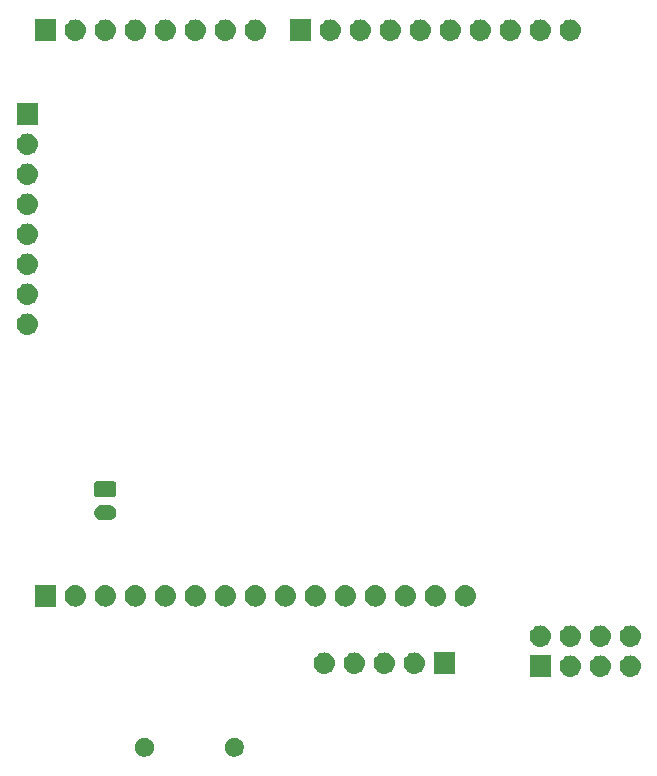
<source format=gbr>
G04 #@! TF.GenerationSoftware,KiCad,Pcbnew,(5.1.2-1)-1*
G04 #@! TF.CreationDate,2019-10-09T15:23:33+01:00*
G04 #@! TF.ProjectId,PixlVBoard,5069786c-5642-46f6-9172-642e6b696361,rev?*
G04 #@! TF.SameCoordinates,Original*
G04 #@! TF.FileFunction,Soldermask,Bot*
G04 #@! TF.FilePolarity,Negative*
%FSLAX46Y46*%
G04 Gerber Fmt 4.6, Leading zero omitted, Abs format (unit mm)*
G04 Created by KiCad (PCBNEW (5.1.2-1)-1) date 2019-10-09 15:23:33*
%MOMM*%
%LPD*%
G04 APERTURE LIST*
%ADD10C,0.150000*%
G04 APERTURE END LIST*
D10*
G36*
X183358810Y-126835535D02*
G01*
X183505309Y-126896217D01*
X183505310Y-126896218D01*
X183637158Y-126984316D01*
X183749284Y-127096442D01*
X183749285Y-127096444D01*
X183837383Y-127228291D01*
X183898065Y-127374790D01*
X183929000Y-127530313D01*
X183929000Y-127688887D01*
X183898065Y-127844410D01*
X183837383Y-127990909D01*
X183837382Y-127990910D01*
X183749284Y-128122758D01*
X183637158Y-128234884D01*
X183570785Y-128279233D01*
X183505309Y-128322983D01*
X183358810Y-128383665D01*
X183203287Y-128414600D01*
X183044713Y-128414600D01*
X182889190Y-128383665D01*
X182742691Y-128322983D01*
X182677215Y-128279233D01*
X182610842Y-128234884D01*
X182498716Y-128122758D01*
X182410618Y-127990910D01*
X182410617Y-127990909D01*
X182349935Y-127844410D01*
X182319000Y-127688887D01*
X182319000Y-127530313D01*
X182349935Y-127374790D01*
X182410617Y-127228291D01*
X182498715Y-127096444D01*
X182498716Y-127096442D01*
X182610842Y-126984316D01*
X182742690Y-126896218D01*
X182742691Y-126896217D01*
X182889190Y-126835535D01*
X183044713Y-126804600D01*
X183203287Y-126804600D01*
X183358810Y-126835535D01*
X183358810Y-126835535D01*
G37*
G36*
X175758810Y-126835535D02*
G01*
X175905309Y-126896217D01*
X175905310Y-126896218D01*
X176037158Y-126984316D01*
X176149284Y-127096442D01*
X176149285Y-127096444D01*
X176237383Y-127228291D01*
X176298065Y-127374790D01*
X176329000Y-127530313D01*
X176329000Y-127688887D01*
X176298065Y-127844410D01*
X176237383Y-127990909D01*
X176237382Y-127990910D01*
X176149284Y-128122758D01*
X176037158Y-128234884D01*
X175970785Y-128279233D01*
X175905309Y-128322983D01*
X175758810Y-128383665D01*
X175603287Y-128414600D01*
X175444713Y-128414600D01*
X175289190Y-128383665D01*
X175142691Y-128322983D01*
X175077215Y-128279233D01*
X175010842Y-128234884D01*
X174898716Y-128122758D01*
X174810618Y-127990910D01*
X174810617Y-127990909D01*
X174749935Y-127844410D01*
X174719000Y-127688887D01*
X174719000Y-127530313D01*
X174749935Y-127374790D01*
X174810617Y-127228291D01*
X174898715Y-127096444D01*
X174898716Y-127096442D01*
X175010842Y-126984316D01*
X175142690Y-126896218D01*
X175142691Y-126896217D01*
X175289190Y-126835535D01*
X175444713Y-126804600D01*
X175603287Y-126804600D01*
X175758810Y-126835535D01*
X175758810Y-126835535D01*
G37*
G36*
X211692442Y-119857118D02*
G01*
X211758627Y-119863637D01*
X211928466Y-119915157D01*
X212084991Y-119998822D01*
X212120729Y-120028152D01*
X212222186Y-120111414D01*
X212305448Y-120212871D01*
X212334778Y-120248609D01*
X212418443Y-120405134D01*
X212469963Y-120574973D01*
X212487359Y-120751600D01*
X212469963Y-120928227D01*
X212418443Y-121098066D01*
X212334778Y-121254591D01*
X212305448Y-121290329D01*
X212222186Y-121391786D01*
X212120729Y-121475048D01*
X212084991Y-121504378D01*
X211928466Y-121588043D01*
X211758627Y-121639563D01*
X211692442Y-121646082D01*
X211626260Y-121652600D01*
X211537740Y-121652600D01*
X211471558Y-121646082D01*
X211405373Y-121639563D01*
X211235534Y-121588043D01*
X211079009Y-121504378D01*
X211043271Y-121475048D01*
X210941814Y-121391786D01*
X210858552Y-121290329D01*
X210829222Y-121254591D01*
X210745557Y-121098066D01*
X210694037Y-120928227D01*
X210676641Y-120751600D01*
X210694037Y-120574973D01*
X210745557Y-120405134D01*
X210829222Y-120248609D01*
X210858552Y-120212871D01*
X210941814Y-120111414D01*
X211043271Y-120028152D01*
X211079009Y-119998822D01*
X211235534Y-119915157D01*
X211405373Y-119863637D01*
X211471558Y-119857118D01*
X211537740Y-119850600D01*
X211626260Y-119850600D01*
X211692442Y-119857118D01*
X211692442Y-119857118D01*
G37*
G36*
X209943000Y-121652600D02*
G01*
X208141000Y-121652600D01*
X208141000Y-119850600D01*
X209943000Y-119850600D01*
X209943000Y-121652600D01*
X209943000Y-121652600D01*
G37*
G36*
X216772442Y-119857118D02*
G01*
X216838627Y-119863637D01*
X217008466Y-119915157D01*
X217164991Y-119998822D01*
X217200729Y-120028152D01*
X217302186Y-120111414D01*
X217385448Y-120212871D01*
X217414778Y-120248609D01*
X217498443Y-120405134D01*
X217549963Y-120574973D01*
X217567359Y-120751600D01*
X217549963Y-120928227D01*
X217498443Y-121098066D01*
X217414778Y-121254591D01*
X217385448Y-121290329D01*
X217302186Y-121391786D01*
X217200729Y-121475048D01*
X217164991Y-121504378D01*
X217008466Y-121588043D01*
X216838627Y-121639563D01*
X216772442Y-121646082D01*
X216706260Y-121652600D01*
X216617740Y-121652600D01*
X216551558Y-121646082D01*
X216485373Y-121639563D01*
X216315534Y-121588043D01*
X216159009Y-121504378D01*
X216123271Y-121475048D01*
X216021814Y-121391786D01*
X215938552Y-121290329D01*
X215909222Y-121254591D01*
X215825557Y-121098066D01*
X215774037Y-120928227D01*
X215756641Y-120751600D01*
X215774037Y-120574973D01*
X215825557Y-120405134D01*
X215909222Y-120248609D01*
X215938552Y-120212871D01*
X216021814Y-120111414D01*
X216123271Y-120028152D01*
X216159009Y-119998822D01*
X216315534Y-119915157D01*
X216485373Y-119863637D01*
X216551558Y-119857118D01*
X216617740Y-119850600D01*
X216706260Y-119850600D01*
X216772442Y-119857118D01*
X216772442Y-119857118D01*
G37*
G36*
X214232442Y-119857118D02*
G01*
X214298627Y-119863637D01*
X214468466Y-119915157D01*
X214624991Y-119998822D01*
X214660729Y-120028152D01*
X214762186Y-120111414D01*
X214845448Y-120212871D01*
X214874778Y-120248609D01*
X214958443Y-120405134D01*
X215009963Y-120574973D01*
X215027359Y-120751600D01*
X215009963Y-120928227D01*
X214958443Y-121098066D01*
X214874778Y-121254591D01*
X214845448Y-121290329D01*
X214762186Y-121391786D01*
X214660729Y-121475048D01*
X214624991Y-121504378D01*
X214468466Y-121588043D01*
X214298627Y-121639563D01*
X214232442Y-121646082D01*
X214166260Y-121652600D01*
X214077740Y-121652600D01*
X214011558Y-121646082D01*
X213945373Y-121639563D01*
X213775534Y-121588043D01*
X213619009Y-121504378D01*
X213583271Y-121475048D01*
X213481814Y-121391786D01*
X213398552Y-121290329D01*
X213369222Y-121254591D01*
X213285557Y-121098066D01*
X213234037Y-120928227D01*
X213216641Y-120751600D01*
X213234037Y-120574973D01*
X213285557Y-120405134D01*
X213369222Y-120248609D01*
X213398552Y-120212871D01*
X213481814Y-120111414D01*
X213583271Y-120028152D01*
X213619009Y-119998822D01*
X213775534Y-119915157D01*
X213945373Y-119863637D01*
X214011558Y-119857118D01*
X214077740Y-119850600D01*
X214166260Y-119850600D01*
X214232442Y-119857118D01*
X214232442Y-119857118D01*
G37*
G36*
X190864443Y-119603119D02*
G01*
X190930627Y-119609637D01*
X191100466Y-119661157D01*
X191256991Y-119744822D01*
X191292729Y-119774152D01*
X191394186Y-119857414D01*
X191477448Y-119958871D01*
X191506778Y-119994609D01*
X191590443Y-120151134D01*
X191641963Y-120320973D01*
X191659359Y-120497600D01*
X191641963Y-120674227D01*
X191590443Y-120844066D01*
X191506778Y-121000591D01*
X191477448Y-121036329D01*
X191394186Y-121137786D01*
X191292729Y-121221048D01*
X191256991Y-121250378D01*
X191100466Y-121334043D01*
X190930627Y-121385563D01*
X190867453Y-121391785D01*
X190798260Y-121398600D01*
X190709740Y-121398600D01*
X190640547Y-121391785D01*
X190577373Y-121385563D01*
X190407534Y-121334043D01*
X190251009Y-121250378D01*
X190215271Y-121221048D01*
X190113814Y-121137786D01*
X190030552Y-121036329D01*
X190001222Y-121000591D01*
X189917557Y-120844066D01*
X189866037Y-120674227D01*
X189848641Y-120497600D01*
X189866037Y-120320973D01*
X189917557Y-120151134D01*
X190001222Y-119994609D01*
X190030552Y-119958871D01*
X190113814Y-119857414D01*
X190215271Y-119774152D01*
X190251009Y-119744822D01*
X190407534Y-119661157D01*
X190577373Y-119609637D01*
X190643557Y-119603119D01*
X190709740Y-119596600D01*
X190798260Y-119596600D01*
X190864443Y-119603119D01*
X190864443Y-119603119D01*
G37*
G36*
X193404443Y-119603119D02*
G01*
X193470627Y-119609637D01*
X193640466Y-119661157D01*
X193796991Y-119744822D01*
X193832729Y-119774152D01*
X193934186Y-119857414D01*
X194017448Y-119958871D01*
X194046778Y-119994609D01*
X194130443Y-120151134D01*
X194181963Y-120320973D01*
X194199359Y-120497600D01*
X194181963Y-120674227D01*
X194130443Y-120844066D01*
X194046778Y-121000591D01*
X194017448Y-121036329D01*
X193934186Y-121137786D01*
X193832729Y-121221048D01*
X193796991Y-121250378D01*
X193640466Y-121334043D01*
X193470627Y-121385563D01*
X193407453Y-121391785D01*
X193338260Y-121398600D01*
X193249740Y-121398600D01*
X193180547Y-121391785D01*
X193117373Y-121385563D01*
X192947534Y-121334043D01*
X192791009Y-121250378D01*
X192755271Y-121221048D01*
X192653814Y-121137786D01*
X192570552Y-121036329D01*
X192541222Y-121000591D01*
X192457557Y-120844066D01*
X192406037Y-120674227D01*
X192388641Y-120497600D01*
X192406037Y-120320973D01*
X192457557Y-120151134D01*
X192541222Y-119994609D01*
X192570552Y-119958871D01*
X192653814Y-119857414D01*
X192755271Y-119774152D01*
X192791009Y-119744822D01*
X192947534Y-119661157D01*
X193117373Y-119609637D01*
X193183557Y-119603119D01*
X193249740Y-119596600D01*
X193338260Y-119596600D01*
X193404443Y-119603119D01*
X193404443Y-119603119D01*
G37*
G36*
X195944443Y-119603119D02*
G01*
X196010627Y-119609637D01*
X196180466Y-119661157D01*
X196336991Y-119744822D01*
X196372729Y-119774152D01*
X196474186Y-119857414D01*
X196557448Y-119958871D01*
X196586778Y-119994609D01*
X196670443Y-120151134D01*
X196721963Y-120320973D01*
X196739359Y-120497600D01*
X196721963Y-120674227D01*
X196670443Y-120844066D01*
X196586778Y-121000591D01*
X196557448Y-121036329D01*
X196474186Y-121137786D01*
X196372729Y-121221048D01*
X196336991Y-121250378D01*
X196180466Y-121334043D01*
X196010627Y-121385563D01*
X195947453Y-121391785D01*
X195878260Y-121398600D01*
X195789740Y-121398600D01*
X195720547Y-121391785D01*
X195657373Y-121385563D01*
X195487534Y-121334043D01*
X195331009Y-121250378D01*
X195295271Y-121221048D01*
X195193814Y-121137786D01*
X195110552Y-121036329D01*
X195081222Y-121000591D01*
X194997557Y-120844066D01*
X194946037Y-120674227D01*
X194928641Y-120497600D01*
X194946037Y-120320973D01*
X194997557Y-120151134D01*
X195081222Y-119994609D01*
X195110552Y-119958871D01*
X195193814Y-119857414D01*
X195295271Y-119774152D01*
X195331009Y-119744822D01*
X195487534Y-119661157D01*
X195657373Y-119609637D01*
X195723557Y-119603119D01*
X195789740Y-119596600D01*
X195878260Y-119596600D01*
X195944443Y-119603119D01*
X195944443Y-119603119D01*
G37*
G36*
X198484443Y-119603119D02*
G01*
X198550627Y-119609637D01*
X198720466Y-119661157D01*
X198876991Y-119744822D01*
X198912729Y-119774152D01*
X199014186Y-119857414D01*
X199097448Y-119958871D01*
X199126778Y-119994609D01*
X199210443Y-120151134D01*
X199261963Y-120320973D01*
X199279359Y-120497600D01*
X199261963Y-120674227D01*
X199210443Y-120844066D01*
X199126778Y-121000591D01*
X199097448Y-121036329D01*
X199014186Y-121137786D01*
X198912729Y-121221048D01*
X198876991Y-121250378D01*
X198720466Y-121334043D01*
X198550627Y-121385563D01*
X198487453Y-121391785D01*
X198418260Y-121398600D01*
X198329740Y-121398600D01*
X198260547Y-121391785D01*
X198197373Y-121385563D01*
X198027534Y-121334043D01*
X197871009Y-121250378D01*
X197835271Y-121221048D01*
X197733814Y-121137786D01*
X197650552Y-121036329D01*
X197621222Y-121000591D01*
X197537557Y-120844066D01*
X197486037Y-120674227D01*
X197468641Y-120497600D01*
X197486037Y-120320973D01*
X197537557Y-120151134D01*
X197621222Y-119994609D01*
X197650552Y-119958871D01*
X197733814Y-119857414D01*
X197835271Y-119774152D01*
X197871009Y-119744822D01*
X198027534Y-119661157D01*
X198197373Y-119609637D01*
X198263557Y-119603119D01*
X198329740Y-119596600D01*
X198418260Y-119596600D01*
X198484443Y-119603119D01*
X198484443Y-119603119D01*
G37*
G36*
X201815000Y-121398600D02*
G01*
X200013000Y-121398600D01*
X200013000Y-119596600D01*
X201815000Y-119596600D01*
X201815000Y-121398600D01*
X201815000Y-121398600D01*
G37*
G36*
X211692443Y-117317119D02*
G01*
X211758627Y-117323637D01*
X211928466Y-117375157D01*
X212084991Y-117458822D01*
X212120729Y-117488152D01*
X212222186Y-117571414D01*
X212305448Y-117672871D01*
X212334778Y-117708609D01*
X212418443Y-117865134D01*
X212469963Y-118034973D01*
X212487359Y-118211600D01*
X212469963Y-118388227D01*
X212418443Y-118558066D01*
X212334778Y-118714591D01*
X212305448Y-118750329D01*
X212222186Y-118851786D01*
X212120729Y-118935048D01*
X212084991Y-118964378D01*
X211928466Y-119048043D01*
X211758627Y-119099563D01*
X211692442Y-119106082D01*
X211626260Y-119112600D01*
X211537740Y-119112600D01*
X211471558Y-119106082D01*
X211405373Y-119099563D01*
X211235534Y-119048043D01*
X211079009Y-118964378D01*
X211043271Y-118935048D01*
X210941814Y-118851786D01*
X210858552Y-118750329D01*
X210829222Y-118714591D01*
X210745557Y-118558066D01*
X210694037Y-118388227D01*
X210676641Y-118211600D01*
X210694037Y-118034973D01*
X210745557Y-117865134D01*
X210829222Y-117708609D01*
X210858552Y-117672871D01*
X210941814Y-117571414D01*
X211043271Y-117488152D01*
X211079009Y-117458822D01*
X211235534Y-117375157D01*
X211405373Y-117323637D01*
X211471557Y-117317119D01*
X211537740Y-117310600D01*
X211626260Y-117310600D01*
X211692443Y-117317119D01*
X211692443Y-117317119D01*
G37*
G36*
X209152443Y-117317119D02*
G01*
X209218627Y-117323637D01*
X209388466Y-117375157D01*
X209544991Y-117458822D01*
X209580729Y-117488152D01*
X209682186Y-117571414D01*
X209765448Y-117672871D01*
X209794778Y-117708609D01*
X209878443Y-117865134D01*
X209929963Y-118034973D01*
X209947359Y-118211600D01*
X209929963Y-118388227D01*
X209878443Y-118558066D01*
X209794778Y-118714591D01*
X209765448Y-118750329D01*
X209682186Y-118851786D01*
X209580729Y-118935048D01*
X209544991Y-118964378D01*
X209388466Y-119048043D01*
X209218627Y-119099563D01*
X209152442Y-119106082D01*
X209086260Y-119112600D01*
X208997740Y-119112600D01*
X208931558Y-119106082D01*
X208865373Y-119099563D01*
X208695534Y-119048043D01*
X208539009Y-118964378D01*
X208503271Y-118935048D01*
X208401814Y-118851786D01*
X208318552Y-118750329D01*
X208289222Y-118714591D01*
X208205557Y-118558066D01*
X208154037Y-118388227D01*
X208136641Y-118211600D01*
X208154037Y-118034973D01*
X208205557Y-117865134D01*
X208289222Y-117708609D01*
X208318552Y-117672871D01*
X208401814Y-117571414D01*
X208503271Y-117488152D01*
X208539009Y-117458822D01*
X208695534Y-117375157D01*
X208865373Y-117323637D01*
X208931557Y-117317119D01*
X208997740Y-117310600D01*
X209086260Y-117310600D01*
X209152443Y-117317119D01*
X209152443Y-117317119D01*
G37*
G36*
X214232443Y-117317119D02*
G01*
X214298627Y-117323637D01*
X214468466Y-117375157D01*
X214624991Y-117458822D01*
X214660729Y-117488152D01*
X214762186Y-117571414D01*
X214845448Y-117672871D01*
X214874778Y-117708609D01*
X214958443Y-117865134D01*
X215009963Y-118034973D01*
X215027359Y-118211600D01*
X215009963Y-118388227D01*
X214958443Y-118558066D01*
X214874778Y-118714591D01*
X214845448Y-118750329D01*
X214762186Y-118851786D01*
X214660729Y-118935048D01*
X214624991Y-118964378D01*
X214468466Y-119048043D01*
X214298627Y-119099563D01*
X214232442Y-119106082D01*
X214166260Y-119112600D01*
X214077740Y-119112600D01*
X214011558Y-119106082D01*
X213945373Y-119099563D01*
X213775534Y-119048043D01*
X213619009Y-118964378D01*
X213583271Y-118935048D01*
X213481814Y-118851786D01*
X213398552Y-118750329D01*
X213369222Y-118714591D01*
X213285557Y-118558066D01*
X213234037Y-118388227D01*
X213216641Y-118211600D01*
X213234037Y-118034973D01*
X213285557Y-117865134D01*
X213369222Y-117708609D01*
X213398552Y-117672871D01*
X213481814Y-117571414D01*
X213583271Y-117488152D01*
X213619009Y-117458822D01*
X213775534Y-117375157D01*
X213945373Y-117323637D01*
X214011557Y-117317119D01*
X214077740Y-117310600D01*
X214166260Y-117310600D01*
X214232443Y-117317119D01*
X214232443Y-117317119D01*
G37*
G36*
X216772443Y-117317119D02*
G01*
X216838627Y-117323637D01*
X217008466Y-117375157D01*
X217164991Y-117458822D01*
X217200729Y-117488152D01*
X217302186Y-117571414D01*
X217385448Y-117672871D01*
X217414778Y-117708609D01*
X217498443Y-117865134D01*
X217549963Y-118034973D01*
X217567359Y-118211600D01*
X217549963Y-118388227D01*
X217498443Y-118558066D01*
X217414778Y-118714591D01*
X217385448Y-118750329D01*
X217302186Y-118851786D01*
X217200729Y-118935048D01*
X217164991Y-118964378D01*
X217008466Y-119048043D01*
X216838627Y-119099563D01*
X216772442Y-119106082D01*
X216706260Y-119112600D01*
X216617740Y-119112600D01*
X216551558Y-119106082D01*
X216485373Y-119099563D01*
X216315534Y-119048043D01*
X216159009Y-118964378D01*
X216123271Y-118935048D01*
X216021814Y-118851786D01*
X215938552Y-118750329D01*
X215909222Y-118714591D01*
X215825557Y-118558066D01*
X215774037Y-118388227D01*
X215756641Y-118211600D01*
X215774037Y-118034973D01*
X215825557Y-117865134D01*
X215909222Y-117708609D01*
X215938552Y-117672871D01*
X216021814Y-117571414D01*
X216123271Y-117488152D01*
X216159009Y-117458822D01*
X216315534Y-117375157D01*
X216485373Y-117323637D01*
X216551557Y-117317119D01*
X216617740Y-117310600D01*
X216706260Y-117310600D01*
X216772443Y-117317119D01*
X216772443Y-117317119D01*
G37*
G36*
X177402442Y-113913518D02*
G01*
X177468627Y-113920037D01*
X177638466Y-113971557D01*
X177794991Y-114055222D01*
X177830729Y-114084552D01*
X177932186Y-114167814D01*
X178015448Y-114269271D01*
X178044778Y-114305009D01*
X178128443Y-114461534D01*
X178179963Y-114631373D01*
X178197359Y-114808000D01*
X178179963Y-114984627D01*
X178128443Y-115154466D01*
X178044778Y-115310991D01*
X178015448Y-115346729D01*
X177932186Y-115448186D01*
X177830729Y-115531448D01*
X177794991Y-115560778D01*
X177638466Y-115644443D01*
X177468627Y-115695963D01*
X177402442Y-115702482D01*
X177336260Y-115709000D01*
X177247740Y-115709000D01*
X177181558Y-115702482D01*
X177115373Y-115695963D01*
X176945534Y-115644443D01*
X176789009Y-115560778D01*
X176753271Y-115531448D01*
X176651814Y-115448186D01*
X176568552Y-115346729D01*
X176539222Y-115310991D01*
X176455557Y-115154466D01*
X176404037Y-114984627D01*
X176386641Y-114808000D01*
X176404037Y-114631373D01*
X176455557Y-114461534D01*
X176539222Y-114305009D01*
X176568552Y-114269271D01*
X176651814Y-114167814D01*
X176753271Y-114084552D01*
X176789009Y-114055222D01*
X176945534Y-113971557D01*
X177115373Y-113920037D01*
X177181558Y-113913518D01*
X177247740Y-113907000D01*
X177336260Y-113907000D01*
X177402442Y-113913518D01*
X177402442Y-113913518D01*
G37*
G36*
X200262442Y-113913518D02*
G01*
X200328627Y-113920037D01*
X200498466Y-113971557D01*
X200654991Y-114055222D01*
X200690729Y-114084552D01*
X200792186Y-114167814D01*
X200875448Y-114269271D01*
X200904778Y-114305009D01*
X200988443Y-114461534D01*
X201039963Y-114631373D01*
X201057359Y-114808000D01*
X201039963Y-114984627D01*
X200988443Y-115154466D01*
X200904778Y-115310991D01*
X200875448Y-115346729D01*
X200792186Y-115448186D01*
X200690729Y-115531448D01*
X200654991Y-115560778D01*
X200498466Y-115644443D01*
X200328627Y-115695963D01*
X200262442Y-115702482D01*
X200196260Y-115709000D01*
X200107740Y-115709000D01*
X200041558Y-115702482D01*
X199975373Y-115695963D01*
X199805534Y-115644443D01*
X199649009Y-115560778D01*
X199613271Y-115531448D01*
X199511814Y-115448186D01*
X199428552Y-115346729D01*
X199399222Y-115310991D01*
X199315557Y-115154466D01*
X199264037Y-114984627D01*
X199246641Y-114808000D01*
X199264037Y-114631373D01*
X199315557Y-114461534D01*
X199399222Y-114305009D01*
X199428552Y-114269271D01*
X199511814Y-114167814D01*
X199613271Y-114084552D01*
X199649009Y-114055222D01*
X199805534Y-113971557D01*
X199975373Y-113920037D01*
X200041558Y-113913518D01*
X200107740Y-113907000D01*
X200196260Y-113907000D01*
X200262442Y-113913518D01*
X200262442Y-113913518D01*
G37*
G36*
X202802442Y-113913518D02*
G01*
X202868627Y-113920037D01*
X203038466Y-113971557D01*
X203194991Y-114055222D01*
X203230729Y-114084552D01*
X203332186Y-114167814D01*
X203415448Y-114269271D01*
X203444778Y-114305009D01*
X203528443Y-114461534D01*
X203579963Y-114631373D01*
X203597359Y-114808000D01*
X203579963Y-114984627D01*
X203528443Y-115154466D01*
X203444778Y-115310991D01*
X203415448Y-115346729D01*
X203332186Y-115448186D01*
X203230729Y-115531448D01*
X203194991Y-115560778D01*
X203038466Y-115644443D01*
X202868627Y-115695963D01*
X202802442Y-115702482D01*
X202736260Y-115709000D01*
X202647740Y-115709000D01*
X202581558Y-115702482D01*
X202515373Y-115695963D01*
X202345534Y-115644443D01*
X202189009Y-115560778D01*
X202153271Y-115531448D01*
X202051814Y-115448186D01*
X201968552Y-115346729D01*
X201939222Y-115310991D01*
X201855557Y-115154466D01*
X201804037Y-114984627D01*
X201786641Y-114808000D01*
X201804037Y-114631373D01*
X201855557Y-114461534D01*
X201939222Y-114305009D01*
X201968552Y-114269271D01*
X202051814Y-114167814D01*
X202153271Y-114084552D01*
X202189009Y-114055222D01*
X202345534Y-113971557D01*
X202515373Y-113920037D01*
X202581558Y-113913518D01*
X202647740Y-113907000D01*
X202736260Y-113907000D01*
X202802442Y-113913518D01*
X202802442Y-113913518D01*
G37*
G36*
X168033000Y-115709000D02*
G01*
X166231000Y-115709000D01*
X166231000Y-113907000D01*
X168033000Y-113907000D01*
X168033000Y-115709000D01*
X168033000Y-115709000D01*
G37*
G36*
X169782442Y-113913518D02*
G01*
X169848627Y-113920037D01*
X170018466Y-113971557D01*
X170174991Y-114055222D01*
X170210729Y-114084552D01*
X170312186Y-114167814D01*
X170395448Y-114269271D01*
X170424778Y-114305009D01*
X170508443Y-114461534D01*
X170559963Y-114631373D01*
X170577359Y-114808000D01*
X170559963Y-114984627D01*
X170508443Y-115154466D01*
X170424778Y-115310991D01*
X170395448Y-115346729D01*
X170312186Y-115448186D01*
X170210729Y-115531448D01*
X170174991Y-115560778D01*
X170018466Y-115644443D01*
X169848627Y-115695963D01*
X169782442Y-115702482D01*
X169716260Y-115709000D01*
X169627740Y-115709000D01*
X169561558Y-115702482D01*
X169495373Y-115695963D01*
X169325534Y-115644443D01*
X169169009Y-115560778D01*
X169133271Y-115531448D01*
X169031814Y-115448186D01*
X168948552Y-115346729D01*
X168919222Y-115310991D01*
X168835557Y-115154466D01*
X168784037Y-114984627D01*
X168766641Y-114808000D01*
X168784037Y-114631373D01*
X168835557Y-114461534D01*
X168919222Y-114305009D01*
X168948552Y-114269271D01*
X169031814Y-114167814D01*
X169133271Y-114084552D01*
X169169009Y-114055222D01*
X169325534Y-113971557D01*
X169495373Y-113920037D01*
X169561558Y-113913518D01*
X169627740Y-113907000D01*
X169716260Y-113907000D01*
X169782442Y-113913518D01*
X169782442Y-113913518D01*
G37*
G36*
X172322442Y-113913518D02*
G01*
X172388627Y-113920037D01*
X172558466Y-113971557D01*
X172714991Y-114055222D01*
X172750729Y-114084552D01*
X172852186Y-114167814D01*
X172935448Y-114269271D01*
X172964778Y-114305009D01*
X173048443Y-114461534D01*
X173099963Y-114631373D01*
X173117359Y-114808000D01*
X173099963Y-114984627D01*
X173048443Y-115154466D01*
X172964778Y-115310991D01*
X172935448Y-115346729D01*
X172852186Y-115448186D01*
X172750729Y-115531448D01*
X172714991Y-115560778D01*
X172558466Y-115644443D01*
X172388627Y-115695963D01*
X172322442Y-115702482D01*
X172256260Y-115709000D01*
X172167740Y-115709000D01*
X172101558Y-115702482D01*
X172035373Y-115695963D01*
X171865534Y-115644443D01*
X171709009Y-115560778D01*
X171673271Y-115531448D01*
X171571814Y-115448186D01*
X171488552Y-115346729D01*
X171459222Y-115310991D01*
X171375557Y-115154466D01*
X171324037Y-114984627D01*
X171306641Y-114808000D01*
X171324037Y-114631373D01*
X171375557Y-114461534D01*
X171459222Y-114305009D01*
X171488552Y-114269271D01*
X171571814Y-114167814D01*
X171673271Y-114084552D01*
X171709009Y-114055222D01*
X171865534Y-113971557D01*
X172035373Y-113920037D01*
X172101558Y-113913518D01*
X172167740Y-113907000D01*
X172256260Y-113907000D01*
X172322442Y-113913518D01*
X172322442Y-113913518D01*
G37*
G36*
X174862442Y-113913518D02*
G01*
X174928627Y-113920037D01*
X175098466Y-113971557D01*
X175254991Y-114055222D01*
X175290729Y-114084552D01*
X175392186Y-114167814D01*
X175475448Y-114269271D01*
X175504778Y-114305009D01*
X175588443Y-114461534D01*
X175639963Y-114631373D01*
X175657359Y-114808000D01*
X175639963Y-114984627D01*
X175588443Y-115154466D01*
X175504778Y-115310991D01*
X175475448Y-115346729D01*
X175392186Y-115448186D01*
X175290729Y-115531448D01*
X175254991Y-115560778D01*
X175098466Y-115644443D01*
X174928627Y-115695963D01*
X174862442Y-115702482D01*
X174796260Y-115709000D01*
X174707740Y-115709000D01*
X174641558Y-115702482D01*
X174575373Y-115695963D01*
X174405534Y-115644443D01*
X174249009Y-115560778D01*
X174213271Y-115531448D01*
X174111814Y-115448186D01*
X174028552Y-115346729D01*
X173999222Y-115310991D01*
X173915557Y-115154466D01*
X173864037Y-114984627D01*
X173846641Y-114808000D01*
X173864037Y-114631373D01*
X173915557Y-114461534D01*
X173999222Y-114305009D01*
X174028552Y-114269271D01*
X174111814Y-114167814D01*
X174213271Y-114084552D01*
X174249009Y-114055222D01*
X174405534Y-113971557D01*
X174575373Y-113920037D01*
X174641558Y-113913518D01*
X174707740Y-113907000D01*
X174796260Y-113907000D01*
X174862442Y-113913518D01*
X174862442Y-113913518D01*
G37*
G36*
X197722442Y-113913518D02*
G01*
X197788627Y-113920037D01*
X197958466Y-113971557D01*
X198114991Y-114055222D01*
X198150729Y-114084552D01*
X198252186Y-114167814D01*
X198335448Y-114269271D01*
X198364778Y-114305009D01*
X198448443Y-114461534D01*
X198499963Y-114631373D01*
X198517359Y-114808000D01*
X198499963Y-114984627D01*
X198448443Y-115154466D01*
X198364778Y-115310991D01*
X198335448Y-115346729D01*
X198252186Y-115448186D01*
X198150729Y-115531448D01*
X198114991Y-115560778D01*
X197958466Y-115644443D01*
X197788627Y-115695963D01*
X197722442Y-115702482D01*
X197656260Y-115709000D01*
X197567740Y-115709000D01*
X197501558Y-115702482D01*
X197435373Y-115695963D01*
X197265534Y-115644443D01*
X197109009Y-115560778D01*
X197073271Y-115531448D01*
X196971814Y-115448186D01*
X196888552Y-115346729D01*
X196859222Y-115310991D01*
X196775557Y-115154466D01*
X196724037Y-114984627D01*
X196706641Y-114808000D01*
X196724037Y-114631373D01*
X196775557Y-114461534D01*
X196859222Y-114305009D01*
X196888552Y-114269271D01*
X196971814Y-114167814D01*
X197073271Y-114084552D01*
X197109009Y-114055222D01*
X197265534Y-113971557D01*
X197435373Y-113920037D01*
X197501558Y-113913518D01*
X197567740Y-113907000D01*
X197656260Y-113907000D01*
X197722442Y-113913518D01*
X197722442Y-113913518D01*
G37*
G36*
X179942442Y-113913518D02*
G01*
X180008627Y-113920037D01*
X180178466Y-113971557D01*
X180334991Y-114055222D01*
X180370729Y-114084552D01*
X180472186Y-114167814D01*
X180555448Y-114269271D01*
X180584778Y-114305009D01*
X180668443Y-114461534D01*
X180719963Y-114631373D01*
X180737359Y-114808000D01*
X180719963Y-114984627D01*
X180668443Y-115154466D01*
X180584778Y-115310991D01*
X180555448Y-115346729D01*
X180472186Y-115448186D01*
X180370729Y-115531448D01*
X180334991Y-115560778D01*
X180178466Y-115644443D01*
X180008627Y-115695963D01*
X179942442Y-115702482D01*
X179876260Y-115709000D01*
X179787740Y-115709000D01*
X179721558Y-115702482D01*
X179655373Y-115695963D01*
X179485534Y-115644443D01*
X179329009Y-115560778D01*
X179293271Y-115531448D01*
X179191814Y-115448186D01*
X179108552Y-115346729D01*
X179079222Y-115310991D01*
X178995557Y-115154466D01*
X178944037Y-114984627D01*
X178926641Y-114808000D01*
X178944037Y-114631373D01*
X178995557Y-114461534D01*
X179079222Y-114305009D01*
X179108552Y-114269271D01*
X179191814Y-114167814D01*
X179293271Y-114084552D01*
X179329009Y-114055222D01*
X179485534Y-113971557D01*
X179655373Y-113920037D01*
X179721558Y-113913518D01*
X179787740Y-113907000D01*
X179876260Y-113907000D01*
X179942442Y-113913518D01*
X179942442Y-113913518D01*
G37*
G36*
X182482442Y-113913518D02*
G01*
X182548627Y-113920037D01*
X182718466Y-113971557D01*
X182874991Y-114055222D01*
X182910729Y-114084552D01*
X183012186Y-114167814D01*
X183095448Y-114269271D01*
X183124778Y-114305009D01*
X183208443Y-114461534D01*
X183259963Y-114631373D01*
X183277359Y-114808000D01*
X183259963Y-114984627D01*
X183208443Y-115154466D01*
X183124778Y-115310991D01*
X183095448Y-115346729D01*
X183012186Y-115448186D01*
X182910729Y-115531448D01*
X182874991Y-115560778D01*
X182718466Y-115644443D01*
X182548627Y-115695963D01*
X182482442Y-115702482D01*
X182416260Y-115709000D01*
X182327740Y-115709000D01*
X182261558Y-115702482D01*
X182195373Y-115695963D01*
X182025534Y-115644443D01*
X181869009Y-115560778D01*
X181833271Y-115531448D01*
X181731814Y-115448186D01*
X181648552Y-115346729D01*
X181619222Y-115310991D01*
X181535557Y-115154466D01*
X181484037Y-114984627D01*
X181466641Y-114808000D01*
X181484037Y-114631373D01*
X181535557Y-114461534D01*
X181619222Y-114305009D01*
X181648552Y-114269271D01*
X181731814Y-114167814D01*
X181833271Y-114084552D01*
X181869009Y-114055222D01*
X182025534Y-113971557D01*
X182195373Y-113920037D01*
X182261558Y-113913518D01*
X182327740Y-113907000D01*
X182416260Y-113907000D01*
X182482442Y-113913518D01*
X182482442Y-113913518D01*
G37*
G36*
X185022442Y-113913518D02*
G01*
X185088627Y-113920037D01*
X185258466Y-113971557D01*
X185414991Y-114055222D01*
X185450729Y-114084552D01*
X185552186Y-114167814D01*
X185635448Y-114269271D01*
X185664778Y-114305009D01*
X185748443Y-114461534D01*
X185799963Y-114631373D01*
X185817359Y-114808000D01*
X185799963Y-114984627D01*
X185748443Y-115154466D01*
X185664778Y-115310991D01*
X185635448Y-115346729D01*
X185552186Y-115448186D01*
X185450729Y-115531448D01*
X185414991Y-115560778D01*
X185258466Y-115644443D01*
X185088627Y-115695963D01*
X185022442Y-115702482D01*
X184956260Y-115709000D01*
X184867740Y-115709000D01*
X184801558Y-115702482D01*
X184735373Y-115695963D01*
X184565534Y-115644443D01*
X184409009Y-115560778D01*
X184373271Y-115531448D01*
X184271814Y-115448186D01*
X184188552Y-115346729D01*
X184159222Y-115310991D01*
X184075557Y-115154466D01*
X184024037Y-114984627D01*
X184006641Y-114808000D01*
X184024037Y-114631373D01*
X184075557Y-114461534D01*
X184159222Y-114305009D01*
X184188552Y-114269271D01*
X184271814Y-114167814D01*
X184373271Y-114084552D01*
X184409009Y-114055222D01*
X184565534Y-113971557D01*
X184735373Y-113920037D01*
X184801558Y-113913518D01*
X184867740Y-113907000D01*
X184956260Y-113907000D01*
X185022442Y-113913518D01*
X185022442Y-113913518D01*
G37*
G36*
X187562442Y-113913518D02*
G01*
X187628627Y-113920037D01*
X187798466Y-113971557D01*
X187954991Y-114055222D01*
X187990729Y-114084552D01*
X188092186Y-114167814D01*
X188175448Y-114269271D01*
X188204778Y-114305009D01*
X188288443Y-114461534D01*
X188339963Y-114631373D01*
X188357359Y-114808000D01*
X188339963Y-114984627D01*
X188288443Y-115154466D01*
X188204778Y-115310991D01*
X188175448Y-115346729D01*
X188092186Y-115448186D01*
X187990729Y-115531448D01*
X187954991Y-115560778D01*
X187798466Y-115644443D01*
X187628627Y-115695963D01*
X187562442Y-115702482D01*
X187496260Y-115709000D01*
X187407740Y-115709000D01*
X187341558Y-115702482D01*
X187275373Y-115695963D01*
X187105534Y-115644443D01*
X186949009Y-115560778D01*
X186913271Y-115531448D01*
X186811814Y-115448186D01*
X186728552Y-115346729D01*
X186699222Y-115310991D01*
X186615557Y-115154466D01*
X186564037Y-114984627D01*
X186546641Y-114808000D01*
X186564037Y-114631373D01*
X186615557Y-114461534D01*
X186699222Y-114305009D01*
X186728552Y-114269271D01*
X186811814Y-114167814D01*
X186913271Y-114084552D01*
X186949009Y-114055222D01*
X187105534Y-113971557D01*
X187275373Y-113920037D01*
X187341558Y-113913518D01*
X187407740Y-113907000D01*
X187496260Y-113907000D01*
X187562442Y-113913518D01*
X187562442Y-113913518D01*
G37*
G36*
X190102442Y-113913518D02*
G01*
X190168627Y-113920037D01*
X190338466Y-113971557D01*
X190494991Y-114055222D01*
X190530729Y-114084552D01*
X190632186Y-114167814D01*
X190715448Y-114269271D01*
X190744778Y-114305009D01*
X190828443Y-114461534D01*
X190879963Y-114631373D01*
X190897359Y-114808000D01*
X190879963Y-114984627D01*
X190828443Y-115154466D01*
X190744778Y-115310991D01*
X190715448Y-115346729D01*
X190632186Y-115448186D01*
X190530729Y-115531448D01*
X190494991Y-115560778D01*
X190338466Y-115644443D01*
X190168627Y-115695963D01*
X190102442Y-115702482D01*
X190036260Y-115709000D01*
X189947740Y-115709000D01*
X189881558Y-115702482D01*
X189815373Y-115695963D01*
X189645534Y-115644443D01*
X189489009Y-115560778D01*
X189453271Y-115531448D01*
X189351814Y-115448186D01*
X189268552Y-115346729D01*
X189239222Y-115310991D01*
X189155557Y-115154466D01*
X189104037Y-114984627D01*
X189086641Y-114808000D01*
X189104037Y-114631373D01*
X189155557Y-114461534D01*
X189239222Y-114305009D01*
X189268552Y-114269271D01*
X189351814Y-114167814D01*
X189453271Y-114084552D01*
X189489009Y-114055222D01*
X189645534Y-113971557D01*
X189815373Y-113920037D01*
X189881558Y-113913518D01*
X189947740Y-113907000D01*
X190036260Y-113907000D01*
X190102442Y-113913518D01*
X190102442Y-113913518D01*
G37*
G36*
X192642442Y-113913518D02*
G01*
X192708627Y-113920037D01*
X192878466Y-113971557D01*
X193034991Y-114055222D01*
X193070729Y-114084552D01*
X193172186Y-114167814D01*
X193255448Y-114269271D01*
X193284778Y-114305009D01*
X193368443Y-114461534D01*
X193419963Y-114631373D01*
X193437359Y-114808000D01*
X193419963Y-114984627D01*
X193368443Y-115154466D01*
X193284778Y-115310991D01*
X193255448Y-115346729D01*
X193172186Y-115448186D01*
X193070729Y-115531448D01*
X193034991Y-115560778D01*
X192878466Y-115644443D01*
X192708627Y-115695963D01*
X192642442Y-115702482D01*
X192576260Y-115709000D01*
X192487740Y-115709000D01*
X192421558Y-115702482D01*
X192355373Y-115695963D01*
X192185534Y-115644443D01*
X192029009Y-115560778D01*
X191993271Y-115531448D01*
X191891814Y-115448186D01*
X191808552Y-115346729D01*
X191779222Y-115310991D01*
X191695557Y-115154466D01*
X191644037Y-114984627D01*
X191626641Y-114808000D01*
X191644037Y-114631373D01*
X191695557Y-114461534D01*
X191779222Y-114305009D01*
X191808552Y-114269271D01*
X191891814Y-114167814D01*
X191993271Y-114084552D01*
X192029009Y-114055222D01*
X192185534Y-113971557D01*
X192355373Y-113920037D01*
X192421558Y-113913518D01*
X192487740Y-113907000D01*
X192576260Y-113907000D01*
X192642442Y-113913518D01*
X192642442Y-113913518D01*
G37*
G36*
X195182442Y-113913518D02*
G01*
X195248627Y-113920037D01*
X195418466Y-113971557D01*
X195574991Y-114055222D01*
X195610729Y-114084552D01*
X195712186Y-114167814D01*
X195795448Y-114269271D01*
X195824778Y-114305009D01*
X195908443Y-114461534D01*
X195959963Y-114631373D01*
X195977359Y-114808000D01*
X195959963Y-114984627D01*
X195908443Y-115154466D01*
X195824778Y-115310991D01*
X195795448Y-115346729D01*
X195712186Y-115448186D01*
X195610729Y-115531448D01*
X195574991Y-115560778D01*
X195418466Y-115644443D01*
X195248627Y-115695963D01*
X195182442Y-115702482D01*
X195116260Y-115709000D01*
X195027740Y-115709000D01*
X194961558Y-115702482D01*
X194895373Y-115695963D01*
X194725534Y-115644443D01*
X194569009Y-115560778D01*
X194533271Y-115531448D01*
X194431814Y-115448186D01*
X194348552Y-115346729D01*
X194319222Y-115310991D01*
X194235557Y-115154466D01*
X194184037Y-114984627D01*
X194166641Y-114808000D01*
X194184037Y-114631373D01*
X194235557Y-114461534D01*
X194319222Y-114305009D01*
X194348552Y-114269271D01*
X194431814Y-114167814D01*
X194533271Y-114084552D01*
X194569009Y-114055222D01*
X194725534Y-113971557D01*
X194895373Y-113920037D01*
X194961558Y-113913518D01*
X195027740Y-113907000D01*
X195116260Y-113907000D01*
X195182442Y-113913518D01*
X195182442Y-113913518D01*
G37*
G36*
X172550855Y-107117740D02*
G01*
X172614618Y-107124020D01*
X172705404Y-107151560D01*
X172737336Y-107161246D01*
X172850425Y-107221694D01*
X172949554Y-107303046D01*
X173030906Y-107402175D01*
X173091354Y-107515264D01*
X173091355Y-107515268D01*
X173128580Y-107637982D01*
X173141149Y-107765600D01*
X173128580Y-107893218D01*
X173101040Y-107984004D01*
X173091354Y-108015936D01*
X173030906Y-108129025D01*
X172949554Y-108228154D01*
X172850425Y-108309506D01*
X172737336Y-108369954D01*
X172705404Y-108379640D01*
X172614618Y-108407180D01*
X172550855Y-108413460D01*
X172518974Y-108416600D01*
X171905026Y-108416600D01*
X171873145Y-108413460D01*
X171809382Y-108407180D01*
X171718596Y-108379640D01*
X171686664Y-108369954D01*
X171573575Y-108309506D01*
X171474446Y-108228154D01*
X171393094Y-108129025D01*
X171332646Y-108015936D01*
X171322960Y-107984004D01*
X171295420Y-107893218D01*
X171282851Y-107765600D01*
X171295420Y-107637982D01*
X171332645Y-107515268D01*
X171332646Y-107515264D01*
X171393094Y-107402175D01*
X171474446Y-107303046D01*
X171573575Y-107221694D01*
X171686664Y-107161246D01*
X171718596Y-107151560D01*
X171809382Y-107124020D01*
X171873145Y-107117740D01*
X171905026Y-107114600D01*
X172518974Y-107114600D01*
X172550855Y-107117740D01*
X172550855Y-107117740D01*
G37*
G36*
X172978242Y-105119004D02*
G01*
X173015337Y-105130257D01*
X173049515Y-105148525D01*
X173079481Y-105173119D01*
X173104075Y-105203085D01*
X173122343Y-105237263D01*
X173133596Y-105274358D01*
X173138000Y-105319074D01*
X173138000Y-106212126D01*
X173133596Y-106256842D01*
X173122343Y-106293937D01*
X173104075Y-106328115D01*
X173079481Y-106358081D01*
X173049515Y-106382675D01*
X173015337Y-106400943D01*
X172978242Y-106412196D01*
X172933526Y-106416600D01*
X171490474Y-106416600D01*
X171445758Y-106412196D01*
X171408663Y-106400943D01*
X171374485Y-106382675D01*
X171344519Y-106358081D01*
X171319925Y-106328115D01*
X171301657Y-106293937D01*
X171290404Y-106256842D01*
X171286000Y-106212126D01*
X171286000Y-105319074D01*
X171290404Y-105274358D01*
X171301657Y-105237263D01*
X171319925Y-105203085D01*
X171344519Y-105173119D01*
X171374485Y-105148525D01*
X171408663Y-105130257D01*
X171445758Y-105119004D01*
X171490474Y-105114600D01*
X172933526Y-105114600D01*
X172978242Y-105119004D01*
X172978242Y-105119004D01*
G37*
G36*
X165718443Y-90901119D02*
G01*
X165784627Y-90907637D01*
X165954466Y-90959157D01*
X166110991Y-91042822D01*
X166146729Y-91072152D01*
X166248186Y-91155414D01*
X166331448Y-91256871D01*
X166360778Y-91292609D01*
X166444443Y-91449134D01*
X166495963Y-91618973D01*
X166513359Y-91795600D01*
X166495963Y-91972227D01*
X166444443Y-92142066D01*
X166360778Y-92298591D01*
X166331448Y-92334329D01*
X166248186Y-92435786D01*
X166146729Y-92519048D01*
X166110991Y-92548378D01*
X165954466Y-92632043D01*
X165784627Y-92683563D01*
X165718442Y-92690082D01*
X165652260Y-92696600D01*
X165563740Y-92696600D01*
X165497558Y-92690082D01*
X165431373Y-92683563D01*
X165261534Y-92632043D01*
X165105009Y-92548378D01*
X165069271Y-92519048D01*
X164967814Y-92435786D01*
X164884552Y-92334329D01*
X164855222Y-92298591D01*
X164771557Y-92142066D01*
X164720037Y-91972227D01*
X164702641Y-91795600D01*
X164720037Y-91618973D01*
X164771557Y-91449134D01*
X164855222Y-91292609D01*
X164884552Y-91256871D01*
X164967814Y-91155414D01*
X165069271Y-91072152D01*
X165105009Y-91042822D01*
X165261534Y-90959157D01*
X165431373Y-90907637D01*
X165497557Y-90901119D01*
X165563740Y-90894600D01*
X165652260Y-90894600D01*
X165718443Y-90901119D01*
X165718443Y-90901119D01*
G37*
G36*
X165718442Y-88361118D02*
G01*
X165784627Y-88367637D01*
X165954466Y-88419157D01*
X166110991Y-88502822D01*
X166146729Y-88532152D01*
X166248186Y-88615414D01*
X166331448Y-88716871D01*
X166360778Y-88752609D01*
X166444443Y-88909134D01*
X166495963Y-89078973D01*
X166513359Y-89255600D01*
X166495963Y-89432227D01*
X166444443Y-89602066D01*
X166360778Y-89758591D01*
X166331448Y-89794329D01*
X166248186Y-89895786D01*
X166146729Y-89979048D01*
X166110991Y-90008378D01*
X165954466Y-90092043D01*
X165784627Y-90143563D01*
X165718442Y-90150082D01*
X165652260Y-90156600D01*
X165563740Y-90156600D01*
X165497558Y-90150082D01*
X165431373Y-90143563D01*
X165261534Y-90092043D01*
X165105009Y-90008378D01*
X165069271Y-89979048D01*
X164967814Y-89895786D01*
X164884552Y-89794329D01*
X164855222Y-89758591D01*
X164771557Y-89602066D01*
X164720037Y-89432227D01*
X164702641Y-89255600D01*
X164720037Y-89078973D01*
X164771557Y-88909134D01*
X164855222Y-88752609D01*
X164884552Y-88716871D01*
X164967814Y-88615414D01*
X165069271Y-88532152D01*
X165105009Y-88502822D01*
X165261534Y-88419157D01*
X165431373Y-88367637D01*
X165497558Y-88361118D01*
X165563740Y-88354600D01*
X165652260Y-88354600D01*
X165718442Y-88361118D01*
X165718442Y-88361118D01*
G37*
G36*
X165718442Y-85821118D02*
G01*
X165784627Y-85827637D01*
X165954466Y-85879157D01*
X166110991Y-85962822D01*
X166146729Y-85992152D01*
X166248186Y-86075414D01*
X166331448Y-86176871D01*
X166360778Y-86212609D01*
X166444443Y-86369134D01*
X166495963Y-86538973D01*
X166513359Y-86715600D01*
X166495963Y-86892227D01*
X166444443Y-87062066D01*
X166360778Y-87218591D01*
X166331448Y-87254329D01*
X166248186Y-87355786D01*
X166146729Y-87439048D01*
X166110991Y-87468378D01*
X165954466Y-87552043D01*
X165784627Y-87603563D01*
X165718443Y-87610081D01*
X165652260Y-87616600D01*
X165563740Y-87616600D01*
X165497557Y-87610081D01*
X165431373Y-87603563D01*
X165261534Y-87552043D01*
X165105009Y-87468378D01*
X165069271Y-87439048D01*
X164967814Y-87355786D01*
X164884552Y-87254329D01*
X164855222Y-87218591D01*
X164771557Y-87062066D01*
X164720037Y-86892227D01*
X164702641Y-86715600D01*
X164720037Y-86538973D01*
X164771557Y-86369134D01*
X164855222Y-86212609D01*
X164884552Y-86176871D01*
X164967814Y-86075414D01*
X165069271Y-85992152D01*
X165105009Y-85962822D01*
X165261534Y-85879157D01*
X165431373Y-85827637D01*
X165497558Y-85821118D01*
X165563740Y-85814600D01*
X165652260Y-85814600D01*
X165718442Y-85821118D01*
X165718442Y-85821118D01*
G37*
G36*
X165718443Y-83281119D02*
G01*
X165784627Y-83287637D01*
X165954466Y-83339157D01*
X166110991Y-83422822D01*
X166146729Y-83452152D01*
X166248186Y-83535414D01*
X166331448Y-83636871D01*
X166360778Y-83672609D01*
X166444443Y-83829134D01*
X166495963Y-83998973D01*
X166513359Y-84175600D01*
X166495963Y-84352227D01*
X166444443Y-84522066D01*
X166360778Y-84678591D01*
X166331448Y-84714329D01*
X166248186Y-84815786D01*
X166146729Y-84899048D01*
X166110991Y-84928378D01*
X165954466Y-85012043D01*
X165784627Y-85063563D01*
X165718442Y-85070082D01*
X165652260Y-85076600D01*
X165563740Y-85076600D01*
X165497558Y-85070082D01*
X165431373Y-85063563D01*
X165261534Y-85012043D01*
X165105009Y-84928378D01*
X165069271Y-84899048D01*
X164967814Y-84815786D01*
X164884552Y-84714329D01*
X164855222Y-84678591D01*
X164771557Y-84522066D01*
X164720037Y-84352227D01*
X164702641Y-84175600D01*
X164720037Y-83998973D01*
X164771557Y-83829134D01*
X164855222Y-83672609D01*
X164884552Y-83636871D01*
X164967814Y-83535414D01*
X165069271Y-83452152D01*
X165105009Y-83422822D01*
X165261534Y-83339157D01*
X165431373Y-83287637D01*
X165497557Y-83281119D01*
X165563740Y-83274600D01*
X165652260Y-83274600D01*
X165718443Y-83281119D01*
X165718443Y-83281119D01*
G37*
G36*
X165718442Y-80741118D02*
G01*
X165784627Y-80747637D01*
X165954466Y-80799157D01*
X166110991Y-80882822D01*
X166146729Y-80912152D01*
X166248186Y-80995414D01*
X166331448Y-81096871D01*
X166360778Y-81132609D01*
X166444443Y-81289134D01*
X166495963Y-81458973D01*
X166513359Y-81635600D01*
X166495963Y-81812227D01*
X166444443Y-81982066D01*
X166360778Y-82138591D01*
X166331448Y-82174329D01*
X166248186Y-82275786D01*
X166146729Y-82359048D01*
X166110991Y-82388378D01*
X165954466Y-82472043D01*
X165784627Y-82523563D01*
X165718443Y-82530081D01*
X165652260Y-82536600D01*
X165563740Y-82536600D01*
X165497557Y-82530081D01*
X165431373Y-82523563D01*
X165261534Y-82472043D01*
X165105009Y-82388378D01*
X165069271Y-82359048D01*
X164967814Y-82275786D01*
X164884552Y-82174329D01*
X164855222Y-82138591D01*
X164771557Y-81982066D01*
X164720037Y-81812227D01*
X164702641Y-81635600D01*
X164720037Y-81458973D01*
X164771557Y-81289134D01*
X164855222Y-81132609D01*
X164884552Y-81096871D01*
X164967814Y-80995414D01*
X165069271Y-80912152D01*
X165105009Y-80882822D01*
X165261534Y-80799157D01*
X165431373Y-80747637D01*
X165497558Y-80741118D01*
X165563740Y-80734600D01*
X165652260Y-80734600D01*
X165718442Y-80741118D01*
X165718442Y-80741118D01*
G37*
G36*
X165718442Y-78201118D02*
G01*
X165784627Y-78207637D01*
X165954466Y-78259157D01*
X166110991Y-78342822D01*
X166146729Y-78372152D01*
X166248186Y-78455414D01*
X166331448Y-78556871D01*
X166360778Y-78592609D01*
X166444443Y-78749134D01*
X166495963Y-78918973D01*
X166513359Y-79095600D01*
X166495963Y-79272227D01*
X166444443Y-79442066D01*
X166360778Y-79598591D01*
X166331448Y-79634329D01*
X166248186Y-79735786D01*
X166146729Y-79819048D01*
X166110991Y-79848378D01*
X165954466Y-79932043D01*
X165784627Y-79983563D01*
X165718442Y-79990082D01*
X165652260Y-79996600D01*
X165563740Y-79996600D01*
X165497558Y-79990082D01*
X165431373Y-79983563D01*
X165261534Y-79932043D01*
X165105009Y-79848378D01*
X165069271Y-79819048D01*
X164967814Y-79735786D01*
X164884552Y-79634329D01*
X164855222Y-79598591D01*
X164771557Y-79442066D01*
X164720037Y-79272227D01*
X164702641Y-79095600D01*
X164720037Y-78918973D01*
X164771557Y-78749134D01*
X164855222Y-78592609D01*
X164884552Y-78556871D01*
X164967814Y-78455414D01*
X165069271Y-78372152D01*
X165105009Y-78342822D01*
X165261534Y-78259157D01*
X165431373Y-78207637D01*
X165497558Y-78201118D01*
X165563740Y-78194600D01*
X165652260Y-78194600D01*
X165718442Y-78201118D01*
X165718442Y-78201118D01*
G37*
G36*
X165718443Y-75661119D02*
G01*
X165784627Y-75667637D01*
X165954466Y-75719157D01*
X166110991Y-75802822D01*
X166146729Y-75832152D01*
X166248186Y-75915414D01*
X166331448Y-76016871D01*
X166360778Y-76052609D01*
X166444443Y-76209134D01*
X166495963Y-76378973D01*
X166513359Y-76555600D01*
X166495963Y-76732227D01*
X166444443Y-76902066D01*
X166360778Y-77058591D01*
X166331448Y-77094329D01*
X166248186Y-77195786D01*
X166146729Y-77279048D01*
X166110991Y-77308378D01*
X165954466Y-77392043D01*
X165784627Y-77443563D01*
X165718443Y-77450081D01*
X165652260Y-77456600D01*
X165563740Y-77456600D01*
X165497557Y-77450081D01*
X165431373Y-77443563D01*
X165261534Y-77392043D01*
X165105009Y-77308378D01*
X165069271Y-77279048D01*
X164967814Y-77195786D01*
X164884552Y-77094329D01*
X164855222Y-77058591D01*
X164771557Y-76902066D01*
X164720037Y-76732227D01*
X164702641Y-76555600D01*
X164720037Y-76378973D01*
X164771557Y-76209134D01*
X164855222Y-76052609D01*
X164884552Y-76016871D01*
X164967814Y-75915414D01*
X165069271Y-75832152D01*
X165105009Y-75802822D01*
X165261534Y-75719157D01*
X165431373Y-75667637D01*
X165497557Y-75661119D01*
X165563740Y-75654600D01*
X165652260Y-75654600D01*
X165718443Y-75661119D01*
X165718443Y-75661119D01*
G37*
G36*
X166509000Y-74916600D02*
G01*
X164707000Y-74916600D01*
X164707000Y-73114600D01*
X166509000Y-73114600D01*
X166509000Y-74916600D01*
X166509000Y-74916600D01*
G37*
G36*
X189623000Y-67804600D02*
G01*
X187821000Y-67804600D01*
X187821000Y-66002600D01*
X189623000Y-66002600D01*
X189623000Y-67804600D01*
X189623000Y-67804600D01*
G37*
G36*
X191372443Y-66009119D02*
G01*
X191438627Y-66015637D01*
X191608466Y-66067157D01*
X191764991Y-66150822D01*
X191800729Y-66180152D01*
X191902186Y-66263414D01*
X191985448Y-66364871D01*
X192014778Y-66400609D01*
X192098443Y-66557134D01*
X192149963Y-66726973D01*
X192167359Y-66903600D01*
X192149963Y-67080227D01*
X192098443Y-67250066D01*
X192014778Y-67406591D01*
X191985448Y-67442329D01*
X191902186Y-67543786D01*
X191800729Y-67627048D01*
X191764991Y-67656378D01*
X191608466Y-67740043D01*
X191438627Y-67791563D01*
X191372443Y-67798081D01*
X191306260Y-67804600D01*
X191217740Y-67804600D01*
X191151557Y-67798081D01*
X191085373Y-67791563D01*
X190915534Y-67740043D01*
X190759009Y-67656378D01*
X190723271Y-67627048D01*
X190621814Y-67543786D01*
X190538552Y-67442329D01*
X190509222Y-67406591D01*
X190425557Y-67250066D01*
X190374037Y-67080227D01*
X190356641Y-66903600D01*
X190374037Y-66726973D01*
X190425557Y-66557134D01*
X190509222Y-66400609D01*
X190538552Y-66364871D01*
X190621814Y-66263414D01*
X190723271Y-66180152D01*
X190759009Y-66150822D01*
X190915534Y-66067157D01*
X191085373Y-66015637D01*
X191151557Y-66009119D01*
X191217740Y-66002600D01*
X191306260Y-66002600D01*
X191372443Y-66009119D01*
X191372443Y-66009119D01*
G37*
G36*
X193912443Y-66009119D02*
G01*
X193978627Y-66015637D01*
X194148466Y-66067157D01*
X194304991Y-66150822D01*
X194340729Y-66180152D01*
X194442186Y-66263414D01*
X194525448Y-66364871D01*
X194554778Y-66400609D01*
X194638443Y-66557134D01*
X194689963Y-66726973D01*
X194707359Y-66903600D01*
X194689963Y-67080227D01*
X194638443Y-67250066D01*
X194554778Y-67406591D01*
X194525448Y-67442329D01*
X194442186Y-67543786D01*
X194340729Y-67627048D01*
X194304991Y-67656378D01*
X194148466Y-67740043D01*
X193978627Y-67791563D01*
X193912443Y-67798081D01*
X193846260Y-67804600D01*
X193757740Y-67804600D01*
X193691557Y-67798081D01*
X193625373Y-67791563D01*
X193455534Y-67740043D01*
X193299009Y-67656378D01*
X193263271Y-67627048D01*
X193161814Y-67543786D01*
X193078552Y-67442329D01*
X193049222Y-67406591D01*
X192965557Y-67250066D01*
X192914037Y-67080227D01*
X192896641Y-66903600D01*
X192914037Y-66726973D01*
X192965557Y-66557134D01*
X193049222Y-66400609D01*
X193078552Y-66364871D01*
X193161814Y-66263414D01*
X193263271Y-66180152D01*
X193299009Y-66150822D01*
X193455534Y-66067157D01*
X193625373Y-66015637D01*
X193691557Y-66009119D01*
X193757740Y-66002600D01*
X193846260Y-66002600D01*
X193912443Y-66009119D01*
X193912443Y-66009119D01*
G37*
G36*
X196452443Y-66009119D02*
G01*
X196518627Y-66015637D01*
X196688466Y-66067157D01*
X196844991Y-66150822D01*
X196880729Y-66180152D01*
X196982186Y-66263414D01*
X197065448Y-66364871D01*
X197094778Y-66400609D01*
X197178443Y-66557134D01*
X197229963Y-66726973D01*
X197247359Y-66903600D01*
X197229963Y-67080227D01*
X197178443Y-67250066D01*
X197094778Y-67406591D01*
X197065448Y-67442329D01*
X196982186Y-67543786D01*
X196880729Y-67627048D01*
X196844991Y-67656378D01*
X196688466Y-67740043D01*
X196518627Y-67791563D01*
X196452443Y-67798081D01*
X196386260Y-67804600D01*
X196297740Y-67804600D01*
X196231557Y-67798081D01*
X196165373Y-67791563D01*
X195995534Y-67740043D01*
X195839009Y-67656378D01*
X195803271Y-67627048D01*
X195701814Y-67543786D01*
X195618552Y-67442329D01*
X195589222Y-67406591D01*
X195505557Y-67250066D01*
X195454037Y-67080227D01*
X195436641Y-66903600D01*
X195454037Y-66726973D01*
X195505557Y-66557134D01*
X195589222Y-66400609D01*
X195618552Y-66364871D01*
X195701814Y-66263414D01*
X195803271Y-66180152D01*
X195839009Y-66150822D01*
X195995534Y-66067157D01*
X196165373Y-66015637D01*
X196231557Y-66009119D01*
X196297740Y-66002600D01*
X196386260Y-66002600D01*
X196452443Y-66009119D01*
X196452443Y-66009119D01*
G37*
G36*
X198992443Y-66009119D02*
G01*
X199058627Y-66015637D01*
X199228466Y-66067157D01*
X199384991Y-66150822D01*
X199420729Y-66180152D01*
X199522186Y-66263414D01*
X199605448Y-66364871D01*
X199634778Y-66400609D01*
X199718443Y-66557134D01*
X199769963Y-66726973D01*
X199787359Y-66903600D01*
X199769963Y-67080227D01*
X199718443Y-67250066D01*
X199634778Y-67406591D01*
X199605448Y-67442329D01*
X199522186Y-67543786D01*
X199420729Y-67627048D01*
X199384991Y-67656378D01*
X199228466Y-67740043D01*
X199058627Y-67791563D01*
X198992443Y-67798081D01*
X198926260Y-67804600D01*
X198837740Y-67804600D01*
X198771557Y-67798081D01*
X198705373Y-67791563D01*
X198535534Y-67740043D01*
X198379009Y-67656378D01*
X198343271Y-67627048D01*
X198241814Y-67543786D01*
X198158552Y-67442329D01*
X198129222Y-67406591D01*
X198045557Y-67250066D01*
X197994037Y-67080227D01*
X197976641Y-66903600D01*
X197994037Y-66726973D01*
X198045557Y-66557134D01*
X198129222Y-66400609D01*
X198158552Y-66364871D01*
X198241814Y-66263414D01*
X198343271Y-66180152D01*
X198379009Y-66150822D01*
X198535534Y-66067157D01*
X198705373Y-66015637D01*
X198771557Y-66009119D01*
X198837740Y-66002600D01*
X198926260Y-66002600D01*
X198992443Y-66009119D01*
X198992443Y-66009119D01*
G37*
G36*
X201532443Y-66009119D02*
G01*
X201598627Y-66015637D01*
X201768466Y-66067157D01*
X201924991Y-66150822D01*
X201960729Y-66180152D01*
X202062186Y-66263414D01*
X202145448Y-66364871D01*
X202174778Y-66400609D01*
X202258443Y-66557134D01*
X202309963Y-66726973D01*
X202327359Y-66903600D01*
X202309963Y-67080227D01*
X202258443Y-67250066D01*
X202174778Y-67406591D01*
X202145448Y-67442329D01*
X202062186Y-67543786D01*
X201960729Y-67627048D01*
X201924991Y-67656378D01*
X201768466Y-67740043D01*
X201598627Y-67791563D01*
X201532443Y-67798081D01*
X201466260Y-67804600D01*
X201377740Y-67804600D01*
X201311557Y-67798081D01*
X201245373Y-67791563D01*
X201075534Y-67740043D01*
X200919009Y-67656378D01*
X200883271Y-67627048D01*
X200781814Y-67543786D01*
X200698552Y-67442329D01*
X200669222Y-67406591D01*
X200585557Y-67250066D01*
X200534037Y-67080227D01*
X200516641Y-66903600D01*
X200534037Y-66726973D01*
X200585557Y-66557134D01*
X200669222Y-66400609D01*
X200698552Y-66364871D01*
X200781814Y-66263414D01*
X200883271Y-66180152D01*
X200919009Y-66150822D01*
X201075534Y-66067157D01*
X201245373Y-66015637D01*
X201311557Y-66009119D01*
X201377740Y-66002600D01*
X201466260Y-66002600D01*
X201532443Y-66009119D01*
X201532443Y-66009119D01*
G37*
G36*
X204072443Y-66009119D02*
G01*
X204138627Y-66015637D01*
X204308466Y-66067157D01*
X204464991Y-66150822D01*
X204500729Y-66180152D01*
X204602186Y-66263414D01*
X204685448Y-66364871D01*
X204714778Y-66400609D01*
X204798443Y-66557134D01*
X204849963Y-66726973D01*
X204867359Y-66903600D01*
X204849963Y-67080227D01*
X204798443Y-67250066D01*
X204714778Y-67406591D01*
X204685448Y-67442329D01*
X204602186Y-67543786D01*
X204500729Y-67627048D01*
X204464991Y-67656378D01*
X204308466Y-67740043D01*
X204138627Y-67791563D01*
X204072443Y-67798081D01*
X204006260Y-67804600D01*
X203917740Y-67804600D01*
X203851557Y-67798081D01*
X203785373Y-67791563D01*
X203615534Y-67740043D01*
X203459009Y-67656378D01*
X203423271Y-67627048D01*
X203321814Y-67543786D01*
X203238552Y-67442329D01*
X203209222Y-67406591D01*
X203125557Y-67250066D01*
X203074037Y-67080227D01*
X203056641Y-66903600D01*
X203074037Y-66726973D01*
X203125557Y-66557134D01*
X203209222Y-66400609D01*
X203238552Y-66364871D01*
X203321814Y-66263414D01*
X203423271Y-66180152D01*
X203459009Y-66150822D01*
X203615534Y-66067157D01*
X203785373Y-66015637D01*
X203851557Y-66009119D01*
X203917740Y-66002600D01*
X204006260Y-66002600D01*
X204072443Y-66009119D01*
X204072443Y-66009119D01*
G37*
G36*
X206612443Y-66009119D02*
G01*
X206678627Y-66015637D01*
X206848466Y-66067157D01*
X207004991Y-66150822D01*
X207040729Y-66180152D01*
X207142186Y-66263414D01*
X207225448Y-66364871D01*
X207254778Y-66400609D01*
X207338443Y-66557134D01*
X207389963Y-66726973D01*
X207407359Y-66903600D01*
X207389963Y-67080227D01*
X207338443Y-67250066D01*
X207254778Y-67406591D01*
X207225448Y-67442329D01*
X207142186Y-67543786D01*
X207040729Y-67627048D01*
X207004991Y-67656378D01*
X206848466Y-67740043D01*
X206678627Y-67791563D01*
X206612443Y-67798081D01*
X206546260Y-67804600D01*
X206457740Y-67804600D01*
X206391557Y-67798081D01*
X206325373Y-67791563D01*
X206155534Y-67740043D01*
X205999009Y-67656378D01*
X205963271Y-67627048D01*
X205861814Y-67543786D01*
X205778552Y-67442329D01*
X205749222Y-67406591D01*
X205665557Y-67250066D01*
X205614037Y-67080227D01*
X205596641Y-66903600D01*
X205614037Y-66726973D01*
X205665557Y-66557134D01*
X205749222Y-66400609D01*
X205778552Y-66364871D01*
X205861814Y-66263414D01*
X205963271Y-66180152D01*
X205999009Y-66150822D01*
X206155534Y-66067157D01*
X206325373Y-66015637D01*
X206391557Y-66009119D01*
X206457740Y-66002600D01*
X206546260Y-66002600D01*
X206612443Y-66009119D01*
X206612443Y-66009119D01*
G37*
G36*
X209152443Y-66009119D02*
G01*
X209218627Y-66015637D01*
X209388466Y-66067157D01*
X209544991Y-66150822D01*
X209580729Y-66180152D01*
X209682186Y-66263414D01*
X209765448Y-66364871D01*
X209794778Y-66400609D01*
X209878443Y-66557134D01*
X209929963Y-66726973D01*
X209947359Y-66903600D01*
X209929963Y-67080227D01*
X209878443Y-67250066D01*
X209794778Y-67406591D01*
X209765448Y-67442329D01*
X209682186Y-67543786D01*
X209580729Y-67627048D01*
X209544991Y-67656378D01*
X209388466Y-67740043D01*
X209218627Y-67791563D01*
X209152443Y-67798081D01*
X209086260Y-67804600D01*
X208997740Y-67804600D01*
X208931557Y-67798081D01*
X208865373Y-67791563D01*
X208695534Y-67740043D01*
X208539009Y-67656378D01*
X208503271Y-67627048D01*
X208401814Y-67543786D01*
X208318552Y-67442329D01*
X208289222Y-67406591D01*
X208205557Y-67250066D01*
X208154037Y-67080227D01*
X208136641Y-66903600D01*
X208154037Y-66726973D01*
X208205557Y-66557134D01*
X208289222Y-66400609D01*
X208318552Y-66364871D01*
X208401814Y-66263414D01*
X208503271Y-66180152D01*
X208539009Y-66150822D01*
X208695534Y-66067157D01*
X208865373Y-66015637D01*
X208931557Y-66009119D01*
X208997740Y-66002600D01*
X209086260Y-66002600D01*
X209152443Y-66009119D01*
X209152443Y-66009119D01*
G37*
G36*
X211692443Y-66009119D02*
G01*
X211758627Y-66015637D01*
X211928466Y-66067157D01*
X212084991Y-66150822D01*
X212120729Y-66180152D01*
X212222186Y-66263414D01*
X212305448Y-66364871D01*
X212334778Y-66400609D01*
X212418443Y-66557134D01*
X212469963Y-66726973D01*
X212487359Y-66903600D01*
X212469963Y-67080227D01*
X212418443Y-67250066D01*
X212334778Y-67406591D01*
X212305448Y-67442329D01*
X212222186Y-67543786D01*
X212120729Y-67627048D01*
X212084991Y-67656378D01*
X211928466Y-67740043D01*
X211758627Y-67791563D01*
X211692443Y-67798081D01*
X211626260Y-67804600D01*
X211537740Y-67804600D01*
X211471557Y-67798081D01*
X211405373Y-67791563D01*
X211235534Y-67740043D01*
X211079009Y-67656378D01*
X211043271Y-67627048D01*
X210941814Y-67543786D01*
X210858552Y-67442329D01*
X210829222Y-67406591D01*
X210745557Y-67250066D01*
X210694037Y-67080227D01*
X210676641Y-66903600D01*
X210694037Y-66726973D01*
X210745557Y-66557134D01*
X210829222Y-66400609D01*
X210858552Y-66364871D01*
X210941814Y-66263414D01*
X211043271Y-66180152D01*
X211079009Y-66150822D01*
X211235534Y-66067157D01*
X211405373Y-66015637D01*
X211471557Y-66009119D01*
X211537740Y-66002600D01*
X211626260Y-66002600D01*
X211692443Y-66009119D01*
X211692443Y-66009119D01*
G37*
G36*
X182482443Y-66009119D02*
G01*
X182548627Y-66015637D01*
X182718466Y-66067157D01*
X182874991Y-66150822D01*
X182910729Y-66180152D01*
X183012186Y-66263414D01*
X183095448Y-66364871D01*
X183124778Y-66400609D01*
X183208443Y-66557134D01*
X183259963Y-66726973D01*
X183277359Y-66903600D01*
X183259963Y-67080227D01*
X183208443Y-67250066D01*
X183124778Y-67406591D01*
X183095448Y-67442329D01*
X183012186Y-67543786D01*
X182910729Y-67627048D01*
X182874991Y-67656378D01*
X182718466Y-67740043D01*
X182548627Y-67791563D01*
X182482443Y-67798081D01*
X182416260Y-67804600D01*
X182327740Y-67804600D01*
X182261557Y-67798081D01*
X182195373Y-67791563D01*
X182025534Y-67740043D01*
X181869009Y-67656378D01*
X181833271Y-67627048D01*
X181731814Y-67543786D01*
X181648552Y-67442329D01*
X181619222Y-67406591D01*
X181535557Y-67250066D01*
X181484037Y-67080227D01*
X181466641Y-66903600D01*
X181484037Y-66726973D01*
X181535557Y-66557134D01*
X181619222Y-66400609D01*
X181648552Y-66364871D01*
X181731814Y-66263414D01*
X181833271Y-66180152D01*
X181869009Y-66150822D01*
X182025534Y-66067157D01*
X182195373Y-66015637D01*
X182261557Y-66009119D01*
X182327740Y-66002600D01*
X182416260Y-66002600D01*
X182482443Y-66009119D01*
X182482443Y-66009119D01*
G37*
G36*
X179942443Y-66009119D02*
G01*
X180008627Y-66015637D01*
X180178466Y-66067157D01*
X180334991Y-66150822D01*
X180370729Y-66180152D01*
X180472186Y-66263414D01*
X180555448Y-66364871D01*
X180584778Y-66400609D01*
X180668443Y-66557134D01*
X180719963Y-66726973D01*
X180737359Y-66903600D01*
X180719963Y-67080227D01*
X180668443Y-67250066D01*
X180584778Y-67406591D01*
X180555448Y-67442329D01*
X180472186Y-67543786D01*
X180370729Y-67627048D01*
X180334991Y-67656378D01*
X180178466Y-67740043D01*
X180008627Y-67791563D01*
X179942443Y-67798081D01*
X179876260Y-67804600D01*
X179787740Y-67804600D01*
X179721557Y-67798081D01*
X179655373Y-67791563D01*
X179485534Y-67740043D01*
X179329009Y-67656378D01*
X179293271Y-67627048D01*
X179191814Y-67543786D01*
X179108552Y-67442329D01*
X179079222Y-67406591D01*
X178995557Y-67250066D01*
X178944037Y-67080227D01*
X178926641Y-66903600D01*
X178944037Y-66726973D01*
X178995557Y-66557134D01*
X179079222Y-66400609D01*
X179108552Y-66364871D01*
X179191814Y-66263414D01*
X179293271Y-66180152D01*
X179329009Y-66150822D01*
X179485534Y-66067157D01*
X179655373Y-66015637D01*
X179721557Y-66009119D01*
X179787740Y-66002600D01*
X179876260Y-66002600D01*
X179942443Y-66009119D01*
X179942443Y-66009119D01*
G37*
G36*
X177402443Y-66009119D02*
G01*
X177468627Y-66015637D01*
X177638466Y-66067157D01*
X177794991Y-66150822D01*
X177830729Y-66180152D01*
X177932186Y-66263414D01*
X178015448Y-66364871D01*
X178044778Y-66400609D01*
X178128443Y-66557134D01*
X178179963Y-66726973D01*
X178197359Y-66903600D01*
X178179963Y-67080227D01*
X178128443Y-67250066D01*
X178044778Y-67406591D01*
X178015448Y-67442329D01*
X177932186Y-67543786D01*
X177830729Y-67627048D01*
X177794991Y-67656378D01*
X177638466Y-67740043D01*
X177468627Y-67791563D01*
X177402443Y-67798081D01*
X177336260Y-67804600D01*
X177247740Y-67804600D01*
X177181557Y-67798081D01*
X177115373Y-67791563D01*
X176945534Y-67740043D01*
X176789009Y-67656378D01*
X176753271Y-67627048D01*
X176651814Y-67543786D01*
X176568552Y-67442329D01*
X176539222Y-67406591D01*
X176455557Y-67250066D01*
X176404037Y-67080227D01*
X176386641Y-66903600D01*
X176404037Y-66726973D01*
X176455557Y-66557134D01*
X176539222Y-66400609D01*
X176568552Y-66364871D01*
X176651814Y-66263414D01*
X176753271Y-66180152D01*
X176789009Y-66150822D01*
X176945534Y-66067157D01*
X177115373Y-66015637D01*
X177181557Y-66009119D01*
X177247740Y-66002600D01*
X177336260Y-66002600D01*
X177402443Y-66009119D01*
X177402443Y-66009119D01*
G37*
G36*
X174862443Y-66009119D02*
G01*
X174928627Y-66015637D01*
X175098466Y-66067157D01*
X175254991Y-66150822D01*
X175290729Y-66180152D01*
X175392186Y-66263414D01*
X175475448Y-66364871D01*
X175504778Y-66400609D01*
X175588443Y-66557134D01*
X175639963Y-66726973D01*
X175657359Y-66903600D01*
X175639963Y-67080227D01*
X175588443Y-67250066D01*
X175504778Y-67406591D01*
X175475448Y-67442329D01*
X175392186Y-67543786D01*
X175290729Y-67627048D01*
X175254991Y-67656378D01*
X175098466Y-67740043D01*
X174928627Y-67791563D01*
X174862443Y-67798081D01*
X174796260Y-67804600D01*
X174707740Y-67804600D01*
X174641557Y-67798081D01*
X174575373Y-67791563D01*
X174405534Y-67740043D01*
X174249009Y-67656378D01*
X174213271Y-67627048D01*
X174111814Y-67543786D01*
X174028552Y-67442329D01*
X173999222Y-67406591D01*
X173915557Y-67250066D01*
X173864037Y-67080227D01*
X173846641Y-66903600D01*
X173864037Y-66726973D01*
X173915557Y-66557134D01*
X173999222Y-66400609D01*
X174028552Y-66364871D01*
X174111814Y-66263414D01*
X174213271Y-66180152D01*
X174249009Y-66150822D01*
X174405534Y-66067157D01*
X174575373Y-66015637D01*
X174641557Y-66009119D01*
X174707740Y-66002600D01*
X174796260Y-66002600D01*
X174862443Y-66009119D01*
X174862443Y-66009119D01*
G37*
G36*
X172322443Y-66009119D02*
G01*
X172388627Y-66015637D01*
X172558466Y-66067157D01*
X172714991Y-66150822D01*
X172750729Y-66180152D01*
X172852186Y-66263414D01*
X172935448Y-66364871D01*
X172964778Y-66400609D01*
X173048443Y-66557134D01*
X173099963Y-66726973D01*
X173117359Y-66903600D01*
X173099963Y-67080227D01*
X173048443Y-67250066D01*
X172964778Y-67406591D01*
X172935448Y-67442329D01*
X172852186Y-67543786D01*
X172750729Y-67627048D01*
X172714991Y-67656378D01*
X172558466Y-67740043D01*
X172388627Y-67791563D01*
X172322443Y-67798081D01*
X172256260Y-67804600D01*
X172167740Y-67804600D01*
X172101557Y-67798081D01*
X172035373Y-67791563D01*
X171865534Y-67740043D01*
X171709009Y-67656378D01*
X171673271Y-67627048D01*
X171571814Y-67543786D01*
X171488552Y-67442329D01*
X171459222Y-67406591D01*
X171375557Y-67250066D01*
X171324037Y-67080227D01*
X171306641Y-66903600D01*
X171324037Y-66726973D01*
X171375557Y-66557134D01*
X171459222Y-66400609D01*
X171488552Y-66364871D01*
X171571814Y-66263414D01*
X171673271Y-66180152D01*
X171709009Y-66150822D01*
X171865534Y-66067157D01*
X172035373Y-66015637D01*
X172101557Y-66009119D01*
X172167740Y-66002600D01*
X172256260Y-66002600D01*
X172322443Y-66009119D01*
X172322443Y-66009119D01*
G37*
G36*
X169782443Y-66009119D02*
G01*
X169848627Y-66015637D01*
X170018466Y-66067157D01*
X170174991Y-66150822D01*
X170210729Y-66180152D01*
X170312186Y-66263414D01*
X170395448Y-66364871D01*
X170424778Y-66400609D01*
X170508443Y-66557134D01*
X170559963Y-66726973D01*
X170577359Y-66903600D01*
X170559963Y-67080227D01*
X170508443Y-67250066D01*
X170424778Y-67406591D01*
X170395448Y-67442329D01*
X170312186Y-67543786D01*
X170210729Y-67627048D01*
X170174991Y-67656378D01*
X170018466Y-67740043D01*
X169848627Y-67791563D01*
X169782443Y-67798081D01*
X169716260Y-67804600D01*
X169627740Y-67804600D01*
X169561557Y-67798081D01*
X169495373Y-67791563D01*
X169325534Y-67740043D01*
X169169009Y-67656378D01*
X169133271Y-67627048D01*
X169031814Y-67543786D01*
X168948552Y-67442329D01*
X168919222Y-67406591D01*
X168835557Y-67250066D01*
X168784037Y-67080227D01*
X168766641Y-66903600D01*
X168784037Y-66726973D01*
X168835557Y-66557134D01*
X168919222Y-66400609D01*
X168948552Y-66364871D01*
X169031814Y-66263414D01*
X169133271Y-66180152D01*
X169169009Y-66150822D01*
X169325534Y-66067157D01*
X169495373Y-66015637D01*
X169561557Y-66009119D01*
X169627740Y-66002600D01*
X169716260Y-66002600D01*
X169782443Y-66009119D01*
X169782443Y-66009119D01*
G37*
G36*
X168033000Y-67804600D02*
G01*
X166231000Y-67804600D01*
X166231000Y-66002600D01*
X168033000Y-66002600D01*
X168033000Y-67804600D01*
X168033000Y-67804600D01*
G37*
G36*
X185022443Y-66009119D02*
G01*
X185088627Y-66015637D01*
X185258466Y-66067157D01*
X185414991Y-66150822D01*
X185450729Y-66180152D01*
X185552186Y-66263414D01*
X185635448Y-66364871D01*
X185664778Y-66400609D01*
X185748443Y-66557134D01*
X185799963Y-66726973D01*
X185817359Y-66903600D01*
X185799963Y-67080227D01*
X185748443Y-67250066D01*
X185664778Y-67406591D01*
X185635448Y-67442329D01*
X185552186Y-67543786D01*
X185450729Y-67627048D01*
X185414991Y-67656378D01*
X185258466Y-67740043D01*
X185088627Y-67791563D01*
X185022443Y-67798081D01*
X184956260Y-67804600D01*
X184867740Y-67804600D01*
X184801557Y-67798081D01*
X184735373Y-67791563D01*
X184565534Y-67740043D01*
X184409009Y-67656378D01*
X184373271Y-67627048D01*
X184271814Y-67543786D01*
X184188552Y-67442329D01*
X184159222Y-67406591D01*
X184075557Y-67250066D01*
X184024037Y-67080227D01*
X184006641Y-66903600D01*
X184024037Y-66726973D01*
X184075557Y-66557134D01*
X184159222Y-66400609D01*
X184188552Y-66364871D01*
X184271814Y-66263414D01*
X184373271Y-66180152D01*
X184409009Y-66150822D01*
X184565534Y-66067157D01*
X184735373Y-66015637D01*
X184801557Y-66009119D01*
X184867740Y-66002600D01*
X184956260Y-66002600D01*
X185022443Y-66009119D01*
X185022443Y-66009119D01*
G37*
M02*

</source>
